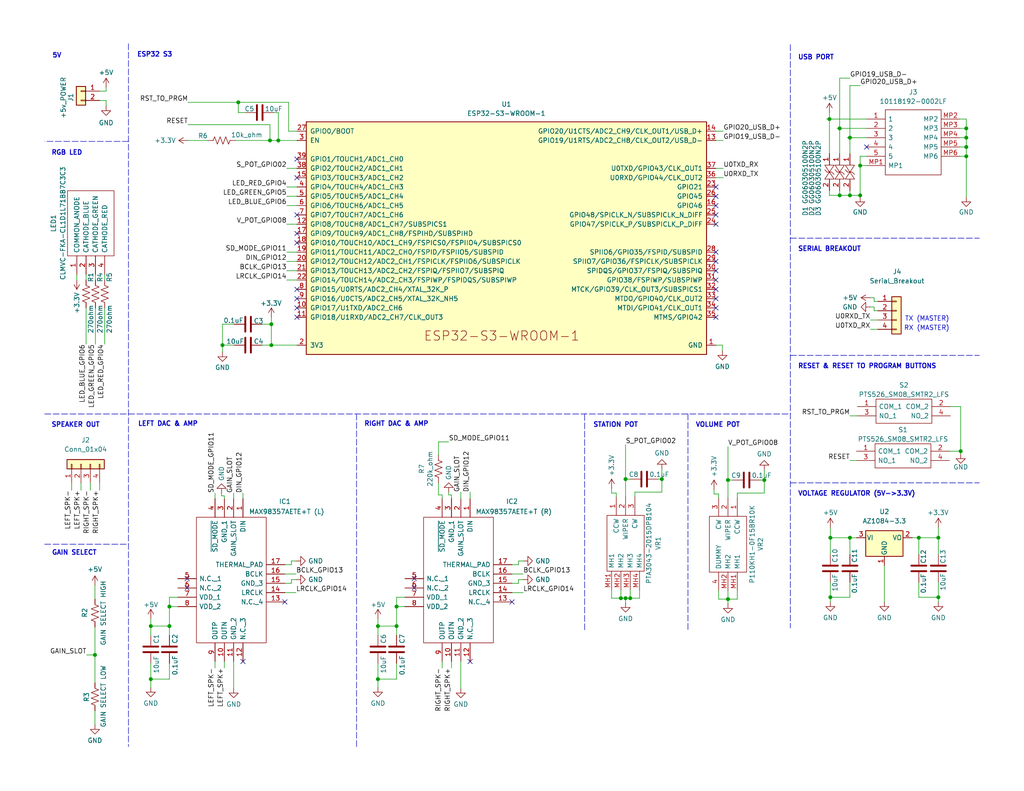
<source format=kicad_sch>
(kicad_sch (version 20211123) (generator eeschema)
  (paper "USLetter")
  (title_block (comment 1 "Reserved Pins: Strapping pins - GPIO0, GPIO3, GPIO45, GPIO46"))
  (lib_symbols
    (symbol "CLMVC-FKA-CL1D1L71BB7C3C3:CLMVC-FKA-CL1D1L71BB7C3C3" (pin_names (offset 0.762))
      (property "Reference" "LED1" (at 0 10.16 0))
      (property "Value" "CLMVC-FKA-CL1D1L71BB7C3C3" (at 0 7.62 0))
      (symbol "CLMVC-FKA-CL1D1L71BB7C3C3_0_0"
        (pin passive line (at -13.97 3.81 0) (length 5.08) (name "COMMON_ANODE") (number "1"))
        (pin passive line (at -13.97 1.27 0) (length 5.08) (name "CATHODE_BLUE") (number "2"))
        (pin passive line (at -13.97 -1.27 0) (length 5.08) (name "CATHODE_GREEN") (number "3"))
        (pin passive line (at -13.97 -3.81 0) (length 5.08) (name "CATHODE_RED") (number "4"))
      )
    )
    (symbol "Conn_01x02_1" (pin_names (offset 1.016) hide)
      (property "Reference" "J?" (at -2.286 -2.794 90))
      (property "Value" "Conn_01x02_1" (at -1.524 -4.826 90))
      (symbol "Conn_01x02_1_1_1"
        (pin passive line (at -5.08 -2.54 0) (length 3.81) (name "Pin_1") (number "1"))
        (pin passive line (at -5.08 0 0) (length 3.81) (name "Pin_2") (number "2"))
      )
    )
    (symbol "Connector_Generic:Conn_01x04" (pin_names (offset 1.016) hide)
      (property "Reference" "J" (at 0 5.08 0))
      (property "Value" "Conn_01x04" (at 0 -7.62 0))
      (symbol "Conn_01x04_1_1"
        (pin passive line (at -5.08 2.54 0) (length 3.81) (name "Pin_1") (number "1"))
        (pin passive line (at -5.08 0 0) (length 3.81) (name "Pin_2") (number "2"))
        (pin passive line (at -5.08 -2.54 0) (length 3.81) (name "Pin_3") (number "3"))
        (pin passive line (at -5.08 -5.08 0) (length 3.81) (name "Pin_4") (number "4"))
      )
    )
    (symbol "Device:C" (pin_numbers hide) (pin_names (offset 0.254))
      (property "Reference" "C" (at 0.635 2.54 0))
      (property "Value" "C" (at 0.635 -2.54 0))
      (symbol "C_1_1"
        (pin passive line (at 0 3.81 270) (length 2.794) (name "~") (number "1"))
        (pin passive line (at 0 -3.81 90) (length 2.794) (name "~") (number "2"))
      )
    )
    (symbol "Device:R_US" (pin_numbers hide) (pin_names (offset 0))
      (property "Reference" "R" (at 2.54 0 90))
      (property "Value" "R_US" (at -2.54 0 90))
      (symbol "R_US_1_1"
        (pin passive line (at 0 3.81 270) (length 1.27) (name "~") (number "1"))
        (pin passive line (at 0 -3.81 90) (length 1.27) (name "~") (number "2"))
      )
    )
    (symbol "Espressif:ESP32-S3-WROOM-1" (pin_names (offset 1.016))
      (property "Reference" "U" (at -53.34 38.1 0))
      (property "Value" "ESP32-S3-WROOM-1" (at -53.34 35.56 0))
      (symbol "ESP32-S3-WROOM-1_0_0"
        (text "ESP32-S3-WROOM-1" (at 0 -25.4 0) (effects (font (size 2.54 2.54))))
        (pin power_in line (at 58.42 -27.94 180) (length 2.54) (name "GND") (number "1"))
        (pin bidirectional line (at -55.88 -17.78 0) (length 2.54) (name "GPIO17/U1TXD/ADC2_CH6") (number "10"))
        (pin bidirectional line (at -55.88 -20.32 0) (length 2.54) (name "GPIO18/U1RXD/ADC2_CH7/CLK_OUT3") (number "11"))
        (pin bidirectional line (at -55.88 5.08 0) (length 2.54) (name "GPIO8/TOUCH8/ADC1_CH7/SUBSPICS1") (number "12"))
        (pin bidirectional line (at 58.42 27.94 180) (length 2.54) (name "GPIO19/U1RTS/ADC2_CH8/CLK_OUT2/USB_D-") (number "13"))
        (pin bidirectional line (at 58.42 30.48 180) (length 2.54) (name "GPIO20/U1CTS/ADC2_CH9/CLK_OUT1/USB_D+") (number "14"))
        (pin bidirectional line (at -55.88 17.78 0) (length 2.54) (name "GPIO3/TOUCH3/ADC1_CH2") (number "15"))
        (pin bidirectional line (at 58.42 10.16 180) (length 2.54) (name "GPIO46") (number "16"))
        (pin bidirectional line (at -55.88 2.54 0) (length 2.54) (name "GPIO9/TOUCH9/ADC1_CH8/FSPIHD/SUBSPIHD") (number "17"))
        (pin bidirectional line (at -55.88 0 0) (length 2.54) (name "GPIO10/TOUCH10/ADC1_CH9/FSPICS0/FSPIIO4/SUBSPICS0") (number "18"))
        (pin bidirectional line (at -55.88 -2.54 0) (length 2.54) (name "GPIO11/TOUCH11/ADC2_CH0/FSPID/FSPIIO5/SUBSPID") (number "19"))
        (pin power_in line (at -55.88 -27.94 0) (length 2.54) (name "3V3") (number "2"))
        (pin bidirectional line (at -55.88 -5.08 0) (length 2.54) (name "GPIO12/TOUCH12/ADC2_CH1/FSPICLK/FSPIIO6/SUBSPICLK") (number "20"))
        (pin bidirectional line (at -55.88 -7.62 0) (length 2.54) (name "GPIO13/TOUCH13/ADC2_CH2/FSPIQ/FSPIIO7/SUBSPIQ") (number "21"))
        (pin bidirectional line (at -55.88 -10.16 0) (length 2.54) (name "GPIO14/TOUCH14/ADC2_CH3/FSPIWP/FSPIDQS/SUBSPIWP") (number "22"))
        (pin bidirectional line (at 58.42 15.24 180) (length 2.54) (name "GPIO21") (number "23"))
        (pin bidirectional line (at 58.42 5.08 180) (length 2.54) (name "GPIO47/SPICLK_P/SUBSPICLK_P_DIFF") (number "24"))
        (pin bidirectional line (at 58.42 7.62 180) (length 2.54) (name "GPIO48/SPICLK_N/SUBSPICLK_N_DIFF") (number "25"))
        (pin bidirectional line (at 58.42 12.7 180) (length 2.54) (name "GPIO45") (number "26"))
        (pin bidirectional line (at -55.88 30.48 0) (length 2.54) (name "GPIO0/BOOT") (number "27"))
        (pin bidirectional line (at 58.42 -2.54 180) (length 2.54) (name "SPIIO6/GPIO35/FSPID/SUBSPID") (number "28"))
        (pin bidirectional line (at 58.42 -5.08 180) (length 2.54) (name "SPIIO7/GPIO36/FSPICLK/SUBSPICLK") (number "29"))
        (pin input line (at -55.88 27.94 0) (length 2.54) (name "EN") (number "3"))
        (pin bidirectional line (at 58.42 -7.62 180) (length 2.54) (name "SPIDQS/GPIO37/FSPIQ/SUBSPIQ") (number "30"))
        (pin bidirectional line (at 58.42 -10.16 180) (length 2.54) (name "GPIO38/FSPIWP/SUBSPIWP") (number "31"))
        (pin bidirectional line (at 58.42 -12.7 180) (length 2.54) (name "MTCK/GPIO39/CLK_OUT3/SUBSPICS1") (number "32"))
        (pin bidirectional line (at 58.42 -15.24 180) (length 2.54) (name "MTDO/GPIO40/CLK_OUT2") (number "33"))
        (pin bidirectional line (at 58.42 -17.78 180) (length 2.54) (name "MTDI/GPIO41/CLK_OUT1") (number "34"))
        (pin bidirectional line (at 58.42 -20.32 180) (length 2.54) (name "MTMS/GPIO42") (number "35"))
        (pin bidirectional line (at 58.42 17.78 180) (length 2.54) (name "U0RXD/GPIO44/CLK_OUT2") (number "36"))
        (pin bidirectional line (at 58.42 20.32 180) (length 2.54) (name "U0TXD/GPIO43/CLK_OUT1") (number "37"))
        (pin bidirectional line (at -55.88 20.32 0) (length 2.54) (name "GPIO2/TOUCH2/ADC1_CH1") (number "38"))
        (pin bidirectional line (at -55.88 22.86 0) (length 2.54) (name "GPIO1/TOUCH1/ADC1_CH0") (number "39"))
        (pin bidirectional line (at -55.88 15.24 0) (length 2.54) (name "GPIO4/TOUCH4/ADC1_CH3") (number "4"))
        (pin passive line (at 58.42 -27.94 180) (length 2.54) hide (name "GND") (number "40"))
        (pin passive line (at 58.42 -27.94 180) (length 2.54) hide (name "GND") (number "41"))
        (pin bidirectional line (at -55.88 12.7 0) (length 2.54) (name "GPIO5/TOUCH5/ADC1_CH4") (number "5"))
        (pin bidirectional line (at -55.88 10.16 0) (length 2.54) (name "GPIO6/TOUCH6/ADC1_CH5") (number "6"))
        (pin bidirectional line (at -55.88 7.62 0) (length 2.54) (name "GPIO7/TOUCH7/ADC1_CH6") (number "7"))
        (pin bidirectional line (at -55.88 -12.7 0) (length 2.54) (name "GPIO15/U0RTS/ADC2_CH4/XTAL_32K_P") (number "8"))
        (pin bidirectional line (at -55.88 -15.24 0) (length 2.54) (name "GPIO16/U0CTS/ADC2_CH5/XTAL_32K_NH5") (number "9"))
      )
    )
    (symbol "MAX98357AETE+T_1" (pin_names (offset 0.762))
      (property "Reference" "IC1" (at -12.954 18.542 0))
      (property "Value" "MAX98357AETE+T (L)" (at -10.668 19.05 0))
      (symbol "MAX98357AETE+T_1_0_0"
        (pin passive line (at -22.86 3.81 0) (length 5.08) (name "DIN") (number "1"))
        (pin passive line (at 21.59 -1.27 180) (length 5.08) (name "OUTN") (number "10"))
        (pin passive line (at 21.59 1.27 180) (length 5.08) (name "GND_2") (number "11"))
        (pin passive line (at 21.59 3.81 180) (length 5.08) (name "N.C._3") (number "12"))
        (pin passive line (at 5.334 15.24 270) (length 5.08) (name "N.C._4") (number "13"))
        (pin passive line (at 2.794 15.24 270) (length 5.08) (name "LRCLK") (number "14"))
        (pin passive line (at 0.254 15.24 270) (length 5.08) (name "GND_3") (number "15"))
        (pin passive line (at -2.286 15.24 270) (length 5.08) (name "BCLK") (number "16"))
        (pin passive line (at -4.826 15.24 270) (length 5.08) (name "THERMAL_PAD") (number "17"))
        (pin passive line (at -22.86 1.27 0) (length 5.08) (name "GAIN_SLOT") (number "2"))
        (pin passive line (at -22.86 -1.27 0) (length 5.08) (name "GND_1") (number "3"))
        (pin passive line (at -22.86 -3.81 0) (length 5.08) (name "~{SD_MODE}") (number "4"))
        (pin passive line (at -1.016 -13.97 90) (length 5.08) (name "N.C._1") (number "5"))
        (pin passive line (at 1.524 -13.97 90) (length 5.08) (name "N.C._2") (number "6"))
        (pin passive line (at 4.064 -13.97 90) (length 5.08) (name "VDD_1") (number "7"))
        (pin passive line (at 6.604 -13.97 90) (length 5.08) (name "VDD_2") (number "8"))
        (pin passive line (at 21.59 -3.81 180) (length 5.08) (name "OUTP") (number "9"))
      )
    )
    (symbol "P110KH1-0F15BR10K:P110KH1-0F15BR10K" (pin_names (offset 0.762))
      (property "Reference" "VR?" (at -6.858 -11.43 0))
      (property "Value" "P110KH1-0F15BR10K" (at -9.398 -11.43 0))
      (symbol "P110KH1-0F15BR10K_0_0"
        (pin passive line (at -12.7 2.54 0) (length 5.08) (name "CCW") (number "1"))
        (pin passive line (at -12.7 0 0) (length 5.08) (name "WIPER") (number "2"))
        (pin passive line (at -12.7 -2.54 0) (length 5.08) (name "CW") (number "3"))
        (pin passive line (at 12.7 -2.54 180) (length 5.08) (name "DUMMY") (number "4"))
        (pin passive line (at 12.7 2.54 180) (length 5.08) (name "MH1") (number "MH1"))
        (pin passive line (at 12.7 0 180) (length 5.08) (name "MH2") (number "MH2"))
      )
    )
    (symbol "PTA3043-2015DPB104:PTA3043-2015DPB104" (pin_names (offset 0.762))
      (property "Reference" "VR?" (at 8.89 0 90))
      (property "Value" "PTA3043-2015DPB104" (at 6.35 0 90))
      (symbol "PTA3043-2015DPB104_0_0"
        (pin passive line (at -2.54 12.7 270) (length 5.08) (name "CCW") (number "1"))
        (pin passive line (at 0 12.7 270) (length 5.08) (name "WIPER") (number "2"))
        (pin passive line (at 2.54 12.7 270) (length 5.08) (name "CW") (number "3"))
        (pin passive line (at -3.81 -12.7 90) (length 5.08) (name "MH1") (number "MH1"))
        (pin passive line (at -1.27 -12.7 90) (length 5.08) (name "MH2") (number "MH2"))
        (pin passive line (at 1.27 -12.7 90) (length 5.08) (name "MH3") (number "MH3"))
        (pin passive line (at 3.81 -12.7 90) (length 5.08) (name "MH4") (number "MH4"))
      )
    )
    (symbol "Regulator_Linear:AZ1084-3.3" (pin_names (offset 0.254))
      (property "Reference" "U" (at -3.81 3.175 0))
      (property "Value" "AZ1084-3.3" (at 0 3.175 0))
      (symbol "AZ1084-3.3_1_1"
        (pin power_in line (at 0 -7.62 90) (length 2.54) (name "GND") (number "1"))
        (pin power_out line (at 7.62 0 180) (length 2.54) (name "VO") (number "2"))
        (pin power_in line (at -7.62 0 0) (length 2.54) (name "VI") (number "3"))
      )
    )
    (symbol "my-symbols-2:PTS526_SM08_SMTR2_LFS" (pin_names (offset 0.762))
      (property "Reference" "S?" (at 0 8.636 0))
      (property "Value" "PTS526_SM08_SMTR2_LFS" (at 0 6.096 0))
      (symbol "PTS526_SM08_SMTR2_LFS_0_0"
        (pin passive line (at -12.7 1.27 0) (length 5.08) (name "COM_1") (number "1"))
        (pin passive line (at 12.7 1.27 180) (length 5.08) (name "COM_2") (number "2"))
        (pin passive line (at -12.7 -1.27 0) (length 5.08) (name "NO_1") (number "3"))
        (pin passive line (at 12.7 -1.27 180) (length 5.08) (name "NO_2") (number "4"))
      )
    )
    (symbol "my-symbols-3:10118192-0002LF" (pin_names (offset 0.762))
      (property "Reference" "J" (at 21.59 7.62 0))
      (property "Value" "10118192-0002LF" (at 21.59 5.08 0))
      (symbol "10118192-0002LF_0_0"
        (pin passive line (at 0 0 0) (length 5.08) (name "1") (number "1"))
        (pin passive line (at 0 -2.54 0) (length 5.08) (name "2") (number "2"))
        (pin passive line (at 0 -5.08 0) (length 5.08) (name "3") (number "3"))
        (pin passive line (at 0 -7.62 0) (length 5.08) (name "4") (number "4"))
        (pin passive line (at 0 -10.16 0) (length 5.08) (name "5") (number "5"))
        (pin passive line (at 0 -12.7 0) (length 5.08) (name "MP1") (number "MP1"))
        (pin passive line (at 25.4 0 180) (length 5.08) (name "MP2") (number "MP2"))
        (pin passive line (at 25.4 -2.54 180) (length 5.08) (name "MP3") (number "MP3"))
        (pin passive line (at 25.4 -5.08 180) (length 5.08) (name "MP4") (number "MP4"))
        (pin passive line (at 25.4 -7.62 180) (length 5.08) (name "MP5") (number "MP5"))
        (pin passive line (at 25.4 -10.16 180) (length 5.08) (name "MP6") (number "MP6"))
      )
    )
    (symbol "my-symbols:GG060305100N2P" (pin_names (offset 0.762))
      (property "Reference" "D?" (at 0 5.842 0))
      (property "Value" "GG060305100N2P" (at 0 3.302 0))
      (symbol "GG060305100N2P_0_0"
        (pin bidirectional line (at -5.08 0 0) (length 3.18) (name "~") (number "1"))
        (pin bidirectional line (at 5.08 0 180) (length 3.18) (name "~") (number "2"))
      )
    )
    (symbol "power:+3.3V" (power) (pin_names (offset 0))
      (property "Value" "+3.3V" (at 0 3.556 0))
      (symbol "+3.3V_1_1"
        (pin power_in line (at 0 0 90) (length 0) hide (name "+3.3V") (number "1"))
      )
    )
    (symbol "power:+5V" (power) (pin_names (offset 0))
      (property "Value" "+5V" (at 0 3.556 0))
      (symbol "+5V_1_1"
        (pin power_in line (at 0 0 90) (length 0) hide (name "+5V") (number "1"))
      )
    )
    (symbol "power:GND" (power) (pin_names (offset 0))
      (property "Value" "GND" (at 0 -3.81 0))
      (symbol "GND_1_1"
        (pin power_in line (at 0 0 270) (length 0) hide (name "GND") (number "1"))
      )
    )
  )
  (junction (at 25.908 178.816))
  (junction (at 234.696 53.34))
  (junction (at 229.108 53.34))
  (junction (at 250.698 146.812))
  (junction (at 231.902 146.812))
  (junction (at 75.946 38.354))
  (junction (at 180.594 130.81))
  (junction (at 263.652 35.052))
  (junction (at 171.958 163.322))
  (junction (at 65.024 27.94))
  (junction (at 226.314 32.512))
  (junction (at 108.204 165.608))
  (junction (at 256.032 146.812))
  (junction (at 170.688 130.81))
  (junction (at 74.041 88.519))
  (junction (at 41.148 170.942))
  (junction (at 73.66 38.354))
  (junction (at 263.652 42.672))
  (junction (at 234.696 45.212))
  (junction (at 46.228 170.942))
  (junction (at 103.124 185.42))
  (junction (at 169.418 163.322))
  (junction (at 226.568 146.812))
  (junction (at 74.041 94.234))
  (junction (at 198.628 131.064))
  (junction (at 60.706 94.234))
  (junction (at 46.228 165.608))
  (junction (at 263.652 37.592))
  (junction (at 256.032 163.068))
  (junction (at 229.108 35.052))
  (junction (at 263.652 40.132))
  (junction (at 231.902 37.592))
  (junction (at 262.128 123.19))
  (junction (at 198.628 163.576))
  (junction (at 103.124 170.942))
  (junction (at 226.568 163.068))
  (junction (at 231.902 53.34))
  (junction (at 108.204 170.942))
  (junction (at 41.148 185.42))
  (junction (at 208.534 131.064))
  (junction (at 170.688 163.322))
  (no_connect (at 51.054 157.988))
  (no_connect (at 81.026 84.074))
  (no_connect (at 81.026 63.754))
  (no_connect (at 195.326 71.374))
  (no_connect (at 81.026 43.434))
  (no_connect (at 195.326 53.594))
  (no_connect (at 195.326 81.534))
  (no_connect (at 81.026 66.294))
  (no_connect (at 236.474 40.132))
  (no_connect (at 195.326 61.214))
  (no_connect (at 51.054 160.528))
  (no_connect (at 81.026 78.994))
  (no_connect (at 113.03 160.528))
  (no_connect (at 195.326 73.914))
  (no_connect (at 81.026 58.674))
  (no_connect (at 195.326 84.074))
  (no_connect (at 77.724 164.338))
  (no_connect (at 81.026 48.514))
  (no_connect (at 195.326 68.834))
  (no_connect (at 113.03 157.988))
  (no_connect (at 195.326 78.994))
  (no_connect (at 81.026 86.614))
  (no_connect (at 128.27 180.594))
  (no_connect (at 195.326 51.054))
  (no_connect (at 195.326 56.134))
  (no_connect (at 139.7 164.338))
  (no_connect (at 81.026 81.534))
  (no_connect (at 66.294 180.594))
  (no_connect (at 195.326 76.454))
  (no_connect (at 195.326 86.614))
  (no_connect (at 195.326 58.674))
  (wire (pts (xy 261.874 40.132) (xy 263.652 40.132)))
  (wire (pts (xy 63.881 94.234) (xy 60.706 94.234)))
  (wire (pts (xy 229.108 35.052) (xy 228.346 35.052)))
  (wire (pts (xy 41.148 185.42) (xy 46.228 185.42)))
  (wire (pts (xy 231.902 159.004) (xy 231.902 163.068)))
  (wire (pts (xy 24.638 131.826) (xy 24.638 133.858)))
  (wire (pts (xy 171.958 163.322) (xy 174.498 163.322)))
  (wire (pts (xy 229.108 53.34) (xy 231.902 53.34)))
  (wire (pts (xy 79.502 158.242) (xy 79.502 159.258)))
  (wire (pts (xy 198.628 164.846) (xy 198.628 163.576)))
  (wire (pts (xy 238.506 84.836) (xy 239.522 84.836)))
  (wire (pts (xy 261.874 42.672) (xy 263.652 42.672)))
  (wire (pts (xy 234.696 45.212) (xy 236.474 45.212)))
  (wire (pts (xy 65.024 27.94) (xy 65.024 30.734)))
  (wire (pts (xy 198.628 163.576) (xy 201.168 163.576)))
  (wire (pts (xy 170.688 130.81) (xy 171.958 130.81)))
  (wire (pts (xy 142.748 158.242) (xy 141.478 158.242)))
  (wire (pts (xy 256.032 146.812) (xy 256.032 151.384)))
  (polyline (pts (xy 97.282 113.03) (xy 97.282 203.962)))
  (wire (pts (xy 122.428 134.366) (xy 122.428 135.128)))
  (wire (pts (xy 196.088 163.576) (xy 198.628 163.576)))
  (wire (pts (xy 231.902 37.592) (xy 236.474 37.592)))
  (wire (pts (xy 67.056 30.734) (xy 65.024 30.734)))
  (polyline (pts (xy 215.646 97.028) (xy 267.208 97.028)))
  (wire (pts (xy 80.772 153.162) (xy 79.502 153.162)))
  (wire (pts (xy 231.902 113.538) (xy 233.934 113.538)))
  (wire (pts (xy 226.314 32.512) (xy 236.474 32.512)))
  (wire (pts (xy 60.452 134.62) (xy 60.452 135.382)))
  (wire (pts (xy 238.506 83.82) (xy 238.506 84.836)))
  (wire (pts (xy 226.568 146.812) (xy 226.568 151.384)))
  (wire (pts (xy 58.674 134.62) (xy 58.674 136.144)))
  (wire (pts (xy 250.698 163.068) (xy 256.032 163.068)))
  (wire (pts (xy 78.232 73.914) (xy 81.026 73.914)))
  (wire (pts (xy 231.902 146.812) (xy 231.902 151.384)))
  (wire (pts (xy 58.674 180.594) (xy 58.674 182.372)))
  (wire (pts (xy 234.696 53.34) (xy 234.696 45.212)))
  (wire (pts (xy 166.878 163.322) (xy 169.418 163.322)))
  (polyline (pts (xy 215.646 131.826) (xy 267.208 131.826)))
  (wire (pts (xy 241.3 154.432) (xy 241.3 164.338)))
  (wire (pts (xy 194.818 133.604) (xy 194.818 134.874)))
  (wire (pts (xy 198.628 131.064) (xy 199.898 131.064)))
  (wire (pts (xy 51.308 34.036) (xy 73.66 34.036)))
  (wire (pts (xy 103.124 170.942) (xy 103.124 168.91)))
  (wire (pts (xy 41.148 170.942) (xy 41.148 173.482)))
  (wire (pts (xy 231.902 163.068) (xy 226.568 163.068)))
  (wire (pts (xy 28.956 24.892) (xy 28.956 23.876)))
  (wire (pts (xy 170.688 163.322) (xy 170.688 164.592)))
  (polyline (pts (xy 187.706 113.03) (xy 187.706 171.958)))
  (wire (pts (xy 73.66 38.354) (xy 75.946 38.354)))
  (polyline (pts (xy 35.052 88.9) (xy 35.052 203.835)))
  (wire (pts (xy 262.128 123.19) (xy 262.128 123.952)))
  (wire (pts (xy 238.506 82.296) (xy 239.522 82.296)))
  (wire (pts (xy 197.104 94.234) (xy 197.104 95.758)))
  (wire (pts (xy 46.228 165.608) (xy 48.514 165.608)))
  (wire (pts (xy 197.358 35.814) (xy 195.326 35.814)))
  (wire (pts (xy 180.594 128.016) (xy 180.594 130.81)))
  (wire (pts (xy 256.032 159.004) (xy 256.032 163.068)))
  (wire (pts (xy 231.902 37.592) (xy 231.14 37.592)))
  (wire (pts (xy 46.228 181.102) (xy 46.228 185.42)))
  (wire (pts (xy 141.478 154.178) (xy 139.7 154.178)))
  (wire (pts (xy 256.032 163.068) (xy 256.032 164.338)))
  (polyline (pts (xy 159.766 112.776) (xy 159.766 112.776)))
  (wire (pts (xy 27.178 131.826) (xy 27.178 133.858)))
  (wire (pts (xy 103.124 170.942) (xy 103.124 173.482)))
  (wire (pts (xy 139.7 156.718) (xy 142.748 156.718)))
  (wire (pts (xy 41.148 170.942) (xy 41.148 168.91)))
  (wire (pts (xy 170.688 121.412) (xy 170.688 130.81)))
  (wire (pts (xy 81.026 76.454) (xy 78.232 76.454)))
  (wire (pts (xy 259.334 110.998) (xy 262.128 110.998)))
  (wire (pts (xy 64.262 38.354) (xy 73.66 38.354)))
  (wire (pts (xy 234.696 45.212) (xy 234.696 42.672)))
  (wire (pts (xy 231.902 37.592) (xy 231.902 41.91)))
  (polyline (pts (xy 35.052 38.608) (xy 12.192 38.608)))
  (wire (pts (xy 78.232 56.134) (xy 81.026 56.134)))
  (wire (pts (xy 73.66 34.036) (xy 73.66 38.354)))
  (wire (pts (xy 179.578 130.81) (xy 180.594 130.81)))
  (wire (pts (xy 226.568 159.004) (xy 226.568 163.068)))
  (wire (pts (xy 231.902 52.07) (xy 231.902 53.34)))
  (wire (pts (xy 75.946 38.354) (xy 81.026 38.354)))
  (wire (pts (xy 196.088 134.874) (xy 196.088 135.89)))
  (wire (pts (xy 119.634 120.65) (xy 122.428 120.65)))
  (wire (pts (xy 46.228 170.942) (xy 41.148 170.942)))
  (wire (pts (xy 195.326 48.514) (xy 197.358 48.514)))
  (wire (pts (xy 66.294 136.144) (xy 66.294 134.62)))
  (wire (pts (xy 226.314 30.734) (xy 226.314 32.512)))
  (wire (pts (xy 123.19 180.594) (xy 123.19 182.372)))
  (wire (pts (xy 28.575 84.074) (xy 28.575 93.98)))
  (wire (pts (xy 103.124 185.42) (xy 103.124 187.706)))
  (wire (pts (xy 250.698 146.812) (xy 250.698 151.384)))
  (wire (pts (xy 26.035 74.93) (xy 26.035 76.454)))
  (wire (pts (xy 169.418 163.322) (xy 170.688 163.322)))
  (wire (pts (xy 74.041 88.519) (xy 74.041 94.234)))
  (wire (pts (xy 142.748 153.162) (xy 141.478 153.162)))
  (wire (pts (xy 170.688 163.322) (xy 171.958 163.322)))
  (wire (pts (xy 78.232 45.974) (xy 81.026 45.974)))
  (wire (pts (xy 120.65 180.594) (xy 120.65 182.372)))
  (wire (pts (xy 80.772 158.242) (xy 79.502 158.242)))
  (wire (pts (xy 51.308 38.354) (xy 56.642 38.354)))
  (wire (pts (xy 231.902 53.34) (xy 234.696 53.34)))
  (wire (pts (xy 41.148 185.42) (xy 41.148 187.706)))
  (polyline (pts (xy 159.512 171.958) (xy 159.512 112.776)))
  (wire (pts (xy 171.958 161.036) (xy 171.958 163.322)))
  (wire (pts (xy 125.73 134.366) (xy 125.73 136.144)))
  (wire (pts (xy 123.19 136.144) (xy 123.19 135.128)))
  (wire (pts (xy 141.478 159.258) (xy 139.7 159.258)))
  (wire (pts (xy 226.314 32.512) (xy 225.552 32.512)))
  (wire (pts (xy 78.232 61.214) (xy 81.026 61.214)))
  (polyline (pts (xy 215.646 112.776) (xy 215.646 113.03)))
  (wire (pts (xy 234.696 23.368) (xy 231.902 23.368)))
  (wire (pts (xy 261.874 35.052) (xy 263.652 35.052)))
  (wire (pts (xy 262.128 110.998) (xy 262.128 123.19)))
  (wire (pts (xy 103.124 185.42) (xy 108.204 185.42)))
  (wire (pts (xy 119.634 124.206) (xy 119.634 120.65)))
  (wire (pts (xy 263.652 42.672) (xy 263.652 53.848)))
  (wire (pts (xy 25.908 178.816) (xy 25.908 186.436)))
  (polyline (pts (xy 35.052 11.938) (xy 35.052 88.9)))
  (wire (pts (xy 123.19 135.128) (xy 122.428 135.128)))
  (wire (pts (xy 61.214 135.382) (xy 61.214 136.144)))
  (wire (pts (xy 51.308 27.94) (xy 65.024 27.94)))
  (wire (pts (xy 231.902 23.368) (xy 231.902 37.592)))
  (wire (pts (xy 226.314 32.512) (xy 226.314 41.91)))
  (polyline (pts (xy 215.646 65.024) (xy 267.208 65.024)))
  (wire (pts (xy 229.108 21.336) (xy 229.108 35.052)))
  (wire (pts (xy 23.495 74.93) (xy 23.495 76.454)))
  (wire (pts (xy 198.628 161.29) (xy 198.628 163.576)))
  (wire (pts (xy 108.204 170.942) (xy 108.204 173.482)))
  (wire (pts (xy 46.228 165.608) (xy 46.228 170.942)))
  (wire (pts (xy 81.026 68.834) (xy 78.232 68.834)))
  (wire (pts (xy 170.688 130.81) (xy 170.688 135.636)))
  (wire (pts (xy 108.204 165.608) (xy 108.204 170.942)))
  (wire (pts (xy 229.108 52.07) (xy 229.108 53.34)))
  (wire (pts (xy 120.65 135.128) (xy 119.634 135.128)))
  (wire (pts (xy 78.74 27.94) (xy 78.74 35.814)))
  (wire (pts (xy 60.706 88.519) (xy 60.706 94.234)))
  (wire (pts (xy 173.228 134.366) (xy 173.228 135.636)))
  (wire (pts (xy 128.27 134.366) (xy 128.27 136.144)))
  (wire (pts (xy 174.498 161.036) (xy 174.498 163.322)))
  (wire (pts (xy 65.024 27.94) (xy 78.74 27.94)))
  (wire (pts (xy 79.502 153.162) (xy 79.502 154.178)))
  (wire (pts (xy 169.418 161.036) (xy 169.418 163.322)))
  (wire (pts (xy 119.634 131.826) (xy 119.634 135.128)))
  (wire (pts (xy 248.92 146.812) (xy 250.698 146.812)))
  (wire (pts (xy 180.594 134.366) (xy 173.228 134.366)))
  (wire (pts (xy 195.326 45.974) (xy 197.358 45.974)))
  (wire (pts (xy 75.946 30.734) (xy 75.946 38.354)))
  (wire (pts (xy 74.041 94.234) (xy 71.501 94.234)))
  (polyline (pts (xy 215.646 126.746) (xy 215.646 171.45)))
  (wire (pts (xy 201.168 134.62) (xy 201.168 135.89)))
  (wire (pts (xy 229.108 35.052) (xy 236.474 35.052)))
  (wire (pts (xy 166.878 133.35) (xy 166.878 134.62)))
  (wire (pts (xy 74.676 30.734) (xy 75.946 30.734)))
  (wire (pts (xy 28.575 74.93) (xy 28.575 76.454)))
  (wire (pts (xy 25.908 159.766) (xy 25.908 163.576)))
  (wire (pts (xy 231.902 125.73) (xy 233.68 125.73)))
  (wire (pts (xy 108.204 165.608) (xy 110.49 165.608)))
  (wire (pts (xy 78.232 53.594) (xy 81.026 53.594)))
  (wire (pts (xy 79.502 159.258) (xy 77.724 159.258)))
  (wire (pts (xy 226.568 163.068) (xy 226.568 164.338)))
  (wire (pts (xy 234.696 53.848) (xy 234.696 53.34)))
  (wire (pts (xy 263.652 37.592) (xy 263.652 40.132)))
  (wire (pts (xy 194.818 134.874) (xy 196.088 134.874)))
  (wire (pts (xy 22.098 131.826) (xy 22.098 133.858)))
  (wire (pts (xy 108.204 163.068) (xy 108.204 165.608)))
  (wire (pts (xy 60.706 94.234) (xy 60.706 96.139)))
  (wire (pts (xy 233.68 146.812) (xy 231.902 146.812)))
  (wire (pts (xy 27.178 27.432) (xy 28.956 27.432)))
  (polyline (pts (xy 215.646 12.192) (xy 215.646 126.746)))
  (wire (pts (xy 263.652 35.052) (xy 263.652 37.592)))
  (wire (pts (xy 262.128 123.19) (xy 259.08 123.19)))
  (wire (pts (xy 250.698 146.812) (xy 256.032 146.812)))
  (wire (pts (xy 23.622 178.816) (xy 25.908 178.816)))
  (wire (pts (xy 103.124 181.102) (xy 103.124 185.42)))
  (wire (pts (xy 79.502 154.178) (xy 77.724 154.178)))
  (wire (pts (xy 261.874 32.512) (xy 263.652 32.512)))
  (wire (pts (xy 201.168 161.29) (xy 201.168 163.576)))
  (wire (pts (xy 231.902 21.336) (xy 229.108 21.336)))
  (wire (pts (xy 141.478 158.242) (xy 141.478 159.258)))
  (wire (pts (xy 63.754 136.144) (xy 63.754 134.62)))
  (wire (pts (xy 195.326 94.234) (xy 197.104 94.234)))
  (wire (pts (xy 139.7 161.798) (xy 142.748 161.798)))
  (wire (pts (xy 166.878 161.036) (xy 166.878 163.322)))
  (wire (pts (xy 120.65 136.144) (xy 120.65 135.128)))
  (wire (pts (xy 74.041 86.614) (xy 74.041 88.519)))
  (wire (pts (xy 231.902 146.812) (xy 226.568 146.812)))
  (wire (pts (xy 237.49 81.28) (xy 238.506 81.28)))
  (wire (pts (xy 239.522 89.916) (xy 237.49 89.916)))
  (wire (pts (xy 261.874 37.592) (xy 263.652 37.592)))
  (wire (pts (xy 27.178 24.892) (xy 28.956 24.892)))
  (wire (pts (xy 196.088 161.29) (xy 196.088 163.576)))
  (wire (pts (xy 23.495 84.074) (xy 23.495 93.98)))
  (wire (pts (xy 238.506 81.28) (xy 238.506 82.296)))
  (wire (pts (xy 141.478 153.162) (xy 141.478 154.178)))
  (wire (pts (xy 263.652 40.132) (xy 263.652 42.672)))
  (polyline (pts (xy 12.192 148.59) (xy 35.052 148.59)))
  (wire (pts (xy 25.908 197.866) (xy 25.908 194.056)))
  (wire (pts (xy 78.74 35.814) (xy 81.026 35.814)))
  (wire (pts (xy 250.698 159.004) (xy 250.698 163.068)))
  (wire (pts (xy 229.108 35.052) (xy 229.108 41.91)))
  (wire (pts (xy 77.724 156.718) (xy 80.772 156.718)))
  (wire (pts (xy 110.49 163.068) (xy 108.204 163.068)))
  (polyline (pts (xy 12.192 113.03) (xy 215.646 113.03)))
  (wire (pts (xy 108.204 170.942) (xy 103.124 170.942)))
  (wire (pts (xy 60.452 135.382) (xy 61.214 135.382)))
  (wire (pts (xy 226.314 52.07) (xy 226.314 53.34)))
  (wire (pts (xy 19.558 131.826) (xy 19.558 133.858)))
  (wire (pts (xy 26.035 84.074) (xy 26.035 93.98)))
  (wire (pts (xy 63.881 88.519) (xy 60.706 88.519)))
  (wire (pts (xy 234.696 42.672) (xy 236.474 42.672)))
  (wire (pts (xy 78.232 51.054) (xy 81.026 51.054)))
  (wire (pts (xy 77.724 161.798) (xy 80.772 161.798)))
  (wire (pts (xy 168.148 134.62) (xy 168.148 135.636)))
  (wire (pts (xy 256.032 144.018) (xy 256.032 146.812)))
  (wire (pts (xy 198.628 131.064) (xy 198.628 135.89)))
  (wire (pts (xy 78.232 71.374) (xy 81.026 71.374)))
  (wire (pts (xy 46.228 163.068) (xy 46.228 165.608)))
  (wire (pts (xy 25.908 171.196) (xy 25.908 178.816)))
  (wire (pts (xy 226.568 144.018) (xy 226.568 146.812)))
  (wire (pts (xy 180.594 130.81) (xy 180.594 134.366)))
  (wire (pts (xy 48.514 163.068) (xy 46.228 163.068)))
  (wire (pts (xy 226.314 53.34) (xy 229.108 53.34)))
  (wire (pts (xy 237.49 83.82) (xy 238.506 83.82)))
  (wire (pts (xy 208.534 128.27) (xy 208.534 131.064)))
  (wire (pts (xy 74.041 88.519) (xy 71.501 88.519)))
  (wire (pts (xy 28.956 27.432) (xy 28.956 28.956)))
  (wire (pts (xy 208.534 134.62) (xy 201.168 134.62)))
  (wire (pts (xy 20.955 76.454) (xy 20.955 74.93)))
  (wire (pts (xy 207.518 131.064) (xy 208.534 131.064)))
  (wire (pts (xy 239.522 87.376) (xy 237.49 87.376)))
  (wire (pts (xy 195.326 38.354) (xy 197.358 38.354)))
  (wire (pts (xy 108.204 181.102) (xy 108.204 185.42)))
  (wire (pts (xy 263.652 32.512) (xy 263.652 35.052)))
  (wire (pts (xy 46.228 170.942) (xy 46.228 173.482)))
  (wire (pts (xy 208.534 131.064) (xy 208.534 134.62)))
  (wire (pts (xy 166.878 134.62) (xy 168.148 134.62)))
  (wire (pts (xy 61.214 180.594) (xy 61.214 182.372)))
  (wire (pts (xy 41.148 181.102) (xy 41.148 185.42)))
  (wire (pts (xy 125.73 180.594) (xy 125.73 187.96)))
  (wire (pts (xy 63.754 180.594) (xy 63.754 187.96)))
  (wire (pts (xy 198.628 121.92) (xy 198.628 131.064)))
  (wire (pts (xy 74.041 94.234) (xy 81.026 94.234)))
  (text "RESET & RESET TO PROGRAM BUTTONS" (at 217.678 100.838 0) (effects (font (size 1.27 1.27) (thickness 0.254) bold) (justify left bottom)))
  (text "RGB LED" (at 13.97 42.545 0) (effects (font (size 1.27 1.27) (thickness 0.254) bold) (justify left bottom)))
  (text "VOLUME POT" (at 189.738 116.84 0) (effects (font (size 1.27 1.27) (thickness 0.254) bold) (justify left bottom)))
  (text "LEFT DAC & AMP" (at 37.592 116.586 0) (effects (font (size 1.27 1.27) (thickness 0.254) bold) (justify left bottom)))
  (text "5V " (at 14.224 16.002 0) (effects (font (size 1.27 1.27) (thickness 0.254) bold) (justify left bottom)))
  (text "STATION POT" (at 161.798 116.84 0) (effects (font (size 1.27 1.27) (thickness 0.254) bold) (justify left bottom)))
  (text "SPEAKER OUT" (at 13.97 116.84 0) (effects (font (size 1.27 1.27) (thickness 0.254) bold) (justify left bottom)))
  (text "RIGHT DAC & AMP" (at 99.314 116.586 0) (effects (font (size 1.27 1.27) (thickness 0.254) bold) (justify left bottom)))
  (text "ESP32 S3" (at 37.338 15.748 0) (effects (font (size 1.27 1.27) (thickness 0.254) bold) (justify left bottom)))
  (text "SERIAL BREAKOUT" (at 217.678 68.834 0) (effects (font (size 1.27 1.27) (thickness 0.254) bold) (justify left bottom)))
  (text "USB PORT" (at 217.678 16.51 0) (effects (font (size 1.27 1.27) (thickness 0.254) bold) (justify left bottom)))
  (text "GAIN SELECT" (at 14.097 151.765 0) (effects (font (size 1.27 1.27) (thickness 0.254) bold) (justify left bottom)))
  (text "VOLTAGE REGULATOR (5V->3.3V)" (at 217.678 135.636 0) (effects (font (size 1.27 1.27) (thickness 0.254) bold) (justify left bottom)))
  (text "RX (MASTER)" (at 246.634 90.424 0) (effects (font (size 1.27 1.27)) (justify left bottom)))
  (text "TX (MASTER)" (at 246.888 87.884 0) (effects (font (size 1.27 1.27)) (justify left bottom)))
  (label "V_POT_GPIO08" (at 198.628 121.92 0))
  (label "U0TXD_RX" (at 197.358 45.974 0))
  (label "GAIN_SLOT" (at 125.73 134.366 90))
  (label "LEFT_SPK-" (at 19.558 133.858 270))
  (label "LED_RED_GPIO4" (at 78.232 51.054 180))
  (label "RIGHT_SPK-" (at 24.638 133.858 270))
  (label "LRCLK_GPIO14" (at 78.232 76.454 180))
  (label "SD_MODE_GPIO11" (at 58.674 134.62 90))
  (label "SD_MODE_GPIO11" (at 122.428 120.65 0))
  (label "BCLK_GPIO13" (at 78.232 73.914 180))
  (label "DIN_GPIO12" (at 128.27 134.366 90))
  (label "GPIO20_USB_D+" (at 197.358 35.814 0))
  (label "LED_BLUE_GPIO6" (at 23.495 93.98 270))
  (label "LED_RED_GPIO4" (at 28.575 93.98 270))
  (label "S_POT_GPIO02" (at 78.232 45.974 180))
  (label "LED_GREEN_GPIO5" (at 26.035 93.98 270))
  (label "RESET" (at 51.308 34.036 180))
  (label "U0TXD_RX" (at 237.49 89.916 180))
  (label "LEFT_SPK+" (at 61.214 182.372 270))
  (label "DIN_GPIO12" (at 66.294 134.62 90))
  (label "BCLK_GPIO13" (at 80.772 156.718 0))
  (label "GPIO19_USB_D-" (at 231.902 21.336 0))
  (label "SD_MODE_GPIO11" (at 78.232 68.834 180))
  (label "GPIO20_USB_D+" (at 234.696 23.368 0))
  (label "LED_BLUE_GPIO6" (at 78.232 56.134 180))
  (label "RST_TO_PRGM" (at 51.308 27.94 180))
  (label "GAIN_SLOT" (at 63.754 134.62 90))
  (label "RIGHT_SPK-" (at 120.65 182.372 270))
  (label "RIGHT_SPK+" (at 27.178 133.858 270))
  (label "LRCLK_GPIO14" (at 142.748 161.798 0))
  (label "BCLK_GPIO13" (at 142.748 156.718 0))
  (label "LRCLK_GPIO14" (at 80.772 161.798 0))
  (label "GPIO19_USB_D-" (at 197.358 38.354 0))
  (label "RIGHT_SPK+" (at 123.19 182.372 270))
  (label "GAIN_SLOT" (at 23.622 178.816 180))
  (label "U0RXD_TX" (at 197.358 48.514 0))
  (label "U0RXD_TX" (at 237.49 87.376 180))
  (label "LEFT_SPK-" (at 58.674 182.372 270))
  (label "DIN_GPIO12" (at 78.232 71.374 180))
  (label "S_POT_GPIO02" (at 170.688 121.412 0))
  (label "LEFT_SPK+" (at 22.098 133.858 270))
  (label "V_POT_GPIO08" (at 78.232 61.214 180))
  (label "LED_GREEN_GPIO5" (at 78.232 53.594 180))
  (label "RESET" (at 231.902 125.73 180))
  (label "RST_TO_PRGM" (at 231.902 113.538 180))
  (symbol (lib_id "power:GND") (at 80.772 153.162 90) (unit 1)
    (property "Reference" "#PWR013" (effects hide))
    (property "Value" "GND" (at 84.074 153.162 90) (effects (justify right)))
  )
  (symbol (lib_id "Device:R_US") (at 60.452 38.354 90) (unit 1)
    (property "Reference" "R6" (at 55.372 37.084 90))
    (property "Value" "10k_ohm" (at 67.31 36.83 90))
    (property "Footprint" "Resistor_SMD:R_1206_3216Metric" (effects hide))
  )
  (symbol (lib_id "power:GND") (at 142.748 158.242 90) (unit 1)
    (property "Reference" "#PWR020" (effects hide))
    (property "Value" "GND" (at 146.05 158.242 90) (effects (justify right)))
  )
  (symbol (lib_id "power:+5V") (at 28.956 23.876 0) (unit 1)
    (property "Reference" "#PWR04" (effects hide))
    (property "Value" "+5V" (at 28.956 19.812 0))
  )
  (symbol (lib_id "Device:R_US") (at 23.495 80.264 180) (unit 1)
    (property "Reference" "R1" (at 24.765 75.692 90))
    (property "Value" "270ohm" (at 24.765 87.122 90))
    (property "Footprint" "Resistor_SMD:R_1206_3216Metric" (effects hide))
  )
  (symbol (lib_id "my-symbols:GG060305100N2P") (at 226.314 46.99 270) (unit 1)
    (property "Reference" "D1" (at 219.71 57.658 0))
    (property "Value" "GG060305100N2P" (at 219.71 46.99 0))
    (property "Footprint" "my-footprints:DIONC1608X70N" (effects hide))
    (property "Datasheet" "https://www.mouser.com/datasheet/2/40/AVX_GiGuard-2401264.pdf" (effects hide))
    (property "Description" "ESD Suppressors / TVS Diodes SMP Diode 0603 5V 10pF <8V Clamp@1a" (effects hide))
    (property "Height" "0.7" (effects hide))
    (property "Manufacturer_Name" "Kyocera AVX" (effects hide))
    (property "Manufacturer_Part_Number" "GG060305100N2P" (effects hide))
    (property "Mouser Part Number" "581-GG060305100N2P" (effects hide))
    (property "Mouser Price/Stock" "https://www.mouser.co.uk/ProductDetail/KYOCERA-AVX/GG060305100N2P?qs=QNEnbhJQKvZ38qL0Ea5hYg%3D%3D" (effects hide))
  )
  (symbol (lib_id "power:+5V") (at 41.148 168.91 0) (unit 1)
    (property "Reference" "#PWR06" (effects hide))
    (property "Value" "+5V" (at 39.116 165.1 0) (effects (justify left)))
  )
  (symbol (lib_id "power:GND") (at 208.534 128.27 180) (unit 1)
    (property "Reference" "#PWR027" (effects hide))
    (property "Value" "GND" (at 208.534 123.952 0))
  )
  (symbol (lib_id "power:GND") (at 41.148 187.706 0) (unit 1)
    (property "Reference" "#PWR07" (effects hide))
    (property "Value" "GND" (at 41.148 192.024 0))
  )
  (symbol (lib_id "Device:C") (at 70.866 30.734 270) (unit 1)
    (property "Reference" "C5" (at 68.072 29.718 90))
    (property "Value" "10uF" (at 74.676 29.718 90))
    (property "Footprint" "Capacitor_SMD:C_0805_2012Metric" (effects hide))
  )
  (symbol (lib_id "power:+5V") (at 226.314 30.734 0) (unit 1)
    (property "Reference" "#PWR028" (effects hide))
    (property "Value" "+5V" (at 224.282 26.67 0) (effects (justify left)))
  )
  (symbol (lib_id "Connector_Generic:Conn_01x04") (at 244.602 84.836 0) (unit 1)
    (property "Reference" "J4" (at 243.586 74.168 0) (effects (justify left)))
    (property "Value" "Serial_Breakout" (at 237.236 76.708 0) (effects (justify left)))
    (property "Footprint" "Connector_PinHeader_2.54mm:PinHeader_2x02_P2.54mm_Vertical" (effects hide))
  )
  (symbol (lib_id "CLMVC-FKA-CL1D1L71BB7C3C3:CLMVC-FKA-CL1D1L71BB7C3C3") (at 24.765 60.96 90) (unit 1)
    (property "Reference" "LED1" (at 14.605 60.96 0))
    (property "Value" "CLMVC-FKA-CL1D1L71BB7C3C3" (at 17.145 60.96 0))
    (property "Footprint" "CLMVC-FKA-CL1D1L71BB7C3C3:CLMVCFKACL1D1L71BB7C3C3" (effects hide))
    (property "Datasheet" "https://www.cree.com/led-components/media/documents/1273-CLMVC-FKA.pdf" (effects hide))
    (property "Description" "Standard LEDs - SMD RGB SMD" (effects hide))
    (property "Height" "1" (effects hide))
    (property "Manufacturer_Name" "Wolfspeed" (effects hide))
    (property "Manufacturer_Part_Number" "CLMVC-FKA-CL1D1L71BB7C3C3" (effects hide))
    (property "Mouser Part Number" "941-CLMVCFKACL1D1L71" (effects hide))
    (property "Mouser Price/Stock" "https://www.mouser.co.uk/ProductDetail/Cree-LED/CLMVC-FKA-CL1D1L71BB7C3C3?qs=fSnNYG2PaKLJAXXrLOgMiQ%3D%3D" (effects hide))
    (property "Arrow Part Number" "CLMVC-FKA-CL1D1L71BB7C3C3" (effects hide))
    (property "Arrow Price/Stock" "https://www.arrow.com/en/products/clmvc-fka-cl1d1l71bb7c3c3/cree-led?region=nac" (effects hide))
  )
  (symbol (lib_id "power:GND") (at 180.594 128.016 180) (unit 1)
    (property "Reference" "#PWR023" (effects hide))
    (property "Value" "GND" (at 180.594 123.698 0))
  )
  (symbol (lib_id "power:GND") (at 80.772 158.242 90) (unit 1)
    (property "Reference" "#PWR014" (effects hide))
    (property "Value" "GND" (at 84.074 158.242 90) (effects (justify right)))
  )
  (symbol (lib_name "MAX98357AETE+T_1") (lib_id "MAX98357AETE+T:MAX98357AETE+T") (at 62.484 159.004 270) (unit 1)
    (property "Reference" "IC1" (at 77.724 136.906 90))
    (property "Value" "MAX98357AETE+T (L)" (at 78.232 139.7 90))
    (property "Footprint" "MAX98357AETE+T:QFN50P300X300X80-17N" (effects hide))
    (property "Datasheet" "https://datasheets.maximintegrated.com/en/ds/MAX98357A-MAX98357B.pdf" (effects hide))
    (property "Description" "Audio Amplifiers Digital Input Class D Amplifier" (effects hide))
    (property "Height" "0.8" (effects hide))
    (property "Manufacturer_Name" "Maxim Integrated" (effects hide))
    (property "Manufacturer_Part_Number" "MAX98357AETE+T" (effects hide))
    (property "Mouser Part Number" "700-MAX98357AETE+T" (effects hide))
    (property "Mouser Price/Stock" "https://www.mouser.co.uk/ProductDetail/Maxim-Integrated/MAX98357AETE%2bT?qs=AAveGqk956HhNpoJjF5x2g%3D%3D" (effects hide))
    (property "Arrow Part Number" "MAX98357AETE+T" (effects hide))
    (property "Arrow Price/Stock" "https://www.arrow.com/en/products/max98357aetet/maxim-integrated?region=nac" (effects hide))
  )
  (symbol (lib_id "power:+3.3V") (at 20.955 76.454 180) (unit 1)
    (property "Reference" "#PWR01" (effects hide))
    (property "Value" "+3.3V" (at 20.955 79.756 90) (effects (justify left)))
  )
  (symbol (lib_id "power:GND") (at 263.652 53.848 0) (unit 1)
    (property "Reference" "#PWR038" (effects hide))
    (property "Value" "GND" (at 265.684 57.912 0) (effects (justify right)))
  )
  (symbol (lib_id "my-symbols:GG060305100N2P") (at 229.108 46.99 270) (unit 1)
    (property "Reference" "D2" (at 221.488 57.658 0))
    (property "Value" "GG060305100N2P" (at 221.488 46.99 0))
    (property "Footprint" "my-footprints:DIONC1608X70N" (effects hide))
    (property "Datasheet" "https://www.mouser.com/datasheet/2/40/AVX_GiGuard-2401264.pdf" (effects hide))
    (property "Description" "ESD Suppressors / TVS Diodes SMP Diode 0603 5V 10pF <8V Clamp@1a" (effects hide))
    (property "Height" "0.7" (effects hide))
    (property "Manufacturer_Name" "Kyocera AVX" (effects hide))
    (property "Manufacturer_Part_Number" "GG060305100N2P" (effects hide))
    (property "Mouser Part Number" "581-GG060305100N2P" (effects hide))
    (property "Mouser Price/Stock" "https://www.mouser.co.uk/ProductDetail/KYOCERA-AVX/GG060305100N2P?qs=QNEnbhJQKvZ38qL0Ea5hYg%3D%3D" (effects hide))
  )
  (symbol (lib_id "Device:C") (at 231.902 155.194 0) (unit 1)
    (property "Reference" "C11" (at 233.172 153.67 90) (effects (justify left)))
    (property "Value" "0.1uF" (at 233.172 162.052 90) (effects (justify left)))
    (property "Footprint" "Capacitor_SMD:C_0805_2012Metric" (effects hide))
  )
  (symbol (lib_id "Device:C") (at 250.698 155.194 0) (unit 1)
    (property "Reference" "C12" (at 251.968 153.924 90) (effects (justify left)))
    (property "Value" "0.1uF" (at 251.968 162.052 90) (effects (justify left)))
    (property "Footprint" "Capacitor_SMD:C_0805_2012Metric" (effects hide))
  )
  (symbol (lib_id "Device:C") (at 203.708 131.064 90) (unit 1)
    (property "Reference" "C9" (at 202.184 129.794 90) (effects (justify left)))
    (property "Value" "0.1uF" (at 210.566 129.794 90) (effects (justify left)))
    (property "Footprint" "Capacitor_SMD:C_0805_2012Metric" (effects hide))
  )
  (symbol (lib_id "power:GND") (at 170.688 164.592 0) (unit 1)
    (property "Reference" "#PWR022" (effects hide))
    (property "Value" "GND" (at 170.688 168.91 0))
  )
  (symbol (lib_id "power:+3.3V") (at 256.032 144.018 0) (unit 1)
    (property "Reference" "#PWR035" (effects hide))
    (property "Value" "+3.3V" (at 252.984 139.954 0) (effects (justify left)))
  )
  (symbol (lib_id "power:+3.3V") (at 166.878 133.35 0) (unit 1)
    (property "Reference" "#PWR021" (effects hide))
    (property "Value" "+3.3V" (at 166.878 130.048 90) (effects (justify left)))
  )
  (symbol (lib_id "power:+5V") (at 237.49 81.28 90) (unit 1)
    (property "Reference" "#PWR032" (effects hide))
    (property "Value" "+5V" (at 231.902 81.28 90))
  )
  (symbol (lib_id "my-symbols:GG060305100N2P") (at 231.902 46.99 270) (unit 1)
    (property "Reference" "D3" (at 223.266 57.658 0))
    (property "Value" "GG060305100N2P" (at 223.266 46.99 0))
    (property "Footprint" "my-footprints:DIONC1608X70N" (effects hide))
    (property "Datasheet" "https://www.mouser.com/datasheet/2/40/AVX_GiGuard-2401264.pdf" (effects hide))
    (property "Description" "ESD Suppressors / TVS Diodes SMP Diode 0603 5V 10pF <8V Clamp@1a" (effects hide))
    (property "Height" "0.7" (effects hide))
    (property "Manufacturer_Name" "Kyocera AVX" (effects hide))
    (property "Manufacturer_Part_Number" "GG060305100N2P" (effects hide))
    (property "Mouser Part Number" "581-GG060305100N2P" (effects hide))
    (property "Mouser Price/Stock" "https://www.mouser.co.uk/ProductDetail/KYOCERA-AVX/GG060305100N2P?qs=QNEnbhJQKvZ38qL0Ea5hYg%3D%3D" (effects hide))
  )
  (symbol (lib_id "Device:R_US") (at 25.908 190.246 180) (unit 1)
    (property "Reference" "R3" (at 23.622 188.976 90) (effects (justify left)))
    (property "Value" "GAIN SELECT LOW" (at 28.194 198.628 90) (effects (justify right)))
    (property "Footprint" "Resistor_SMD:R_1206_3216Metric" (effects hide))
  )
  (symbol (lib_id "Device:R_US") (at 25.908 167.386 0) (unit 1)
    (property "Reference" "R2" (at 23.114 168.656 90) (effects (justify left)))
    (property "Value" "GAIN SELECT HIGH" (at 28.194 158.496 90) (effects (justify right)))
    (property "Footprint" "Resistor_SMD:R_1206_3216Metric" (effects hide))
  )
  (symbol (lib_id "power:GND") (at 142.748 153.162 90) (unit 1)
    (property "Reference" "#PWR019" (effects hide))
    (property "Value" "GND" (at 146.05 153.162 90) (effects (justify right)))
  )
  (symbol (lib_id "power:+3.3V") (at 51.308 38.354 90) (unit 1)
    (property "Reference" "#PWR08" (effects hide))
    (property "Value" "+3.3V" (at 48.006 38.3539 90) (effects (justify left)))
  )
  (symbol (lib_id "Device:C") (at 67.691 94.234 270) (unit 1)
    (property "Reference" "C4" (at 69.215 93.218 90) (effects (justify left)))
    (property "Value" "10uF" (at 61.722 93.218 90) (effects (justify left)))
    (property "Footprint" "Capacitor_SMD:C_0805_2012Metric" (effects hide))
  )
  (symbol (lib_id "Device:C") (at 108.204 177.292 0) (unit 1)
    (property "Reference" "C7" (at 109.728 175.768 90) (effects (justify left)))
    (property "Value" "0.1uF" (at 109.728 184.404 90) (effects (justify left)))
    (property "Footprint" "Capacitor_SMD:C_0805_2012Metric" (effects hide))
  )
  (symbol (lib_id "power:+5V") (at 25.908 159.766 0) (unit 1)
    (property "Reference" "#PWR02" (effects hide))
    (property "Value" "+5V" (at 27.94 155.448 0) (effects (justify right)))
  )
  (symbol (lib_id "Connector_Generic:Conn_01x04") (at 22.098 126.746 90) (unit 1)
    (property "Reference" "J2" (at 23.368 120.142 90))
    (property "Value" "Conn_01x04" (at 23.368 122.682 90))
    (property "Footprint" "Connector_JST:JST_XH_B4B-XH-A_1x04_P2.50mm_Vertical" (effects hide))
  )
  (symbol (lib_id "power:+5V") (at 226.568 144.018 0) (unit 1)
    (property "Reference" "#PWR029" (effects hide))
    (property "Value" "+5V" (at 226.568 139.954 0))
  )
  (symbol (lib_id "power:GND") (at 241.3 164.338 0) (unit 1)
    (property "Reference" "#PWR034" (effects hide))
    (property "Value" "GND" (at 241.3 168.656 0))
  )
  (symbol (lib_name "Conn_01x02_1") (lib_id "Connector_Generic:Conn_01x02") (at 22.098 27.432 180) (unit 1)
    (property "Reference" "J1" (at 19.304 25.4 90) (effects (justify left)))
    (property "Value" "+5v_POWER" (at 17.272 26.67 90))
    (property "Footprint" "my-footprints:CUSTOM_5V_SOLDER_PADS" (effects hide))
  )
  (symbol (lib_id "power:+5V") (at 103.124 168.91 0) (unit 1)
    (property "Reference" "#PWR015" (effects hide))
    (property "Value" "+5V" (at 101.092 165.1 0) (effects (justify left)))
  )
  (symbol (lib_id "Device:R_US") (at 119.634 128.016 180) (unit 1)
    (property "Reference" "R7" (at 115.062 128.016 90))
    (property "Value" "220k_ohm" (at 117.348 128.016 90))
    (property "Footprint" "Resistor_SMD:R_1206_3216Metric" (effects hide))
  )
  (symbol (lib_id "Device:R_US") (at 26.035 80.264 180) (unit 1)
    (property "Reference" "R4" (at 27.305 75.692 90))
    (property "Value" "270ohm" (at 27.305 87.122 90))
    (property "Footprint" "Resistor_SMD:R_1206_3216Metric" (effects hide))
  )
  (symbol (lib_id "my-symbols-2:PTS526_SM08_SMTR2_LFS") (at 246.38 124.46 0) (unit 1)
    (property "Reference" "S1" (at 246.38 117.348 0))
    (property "Value" "PTS526_SM08_SMTR2_LFS" (at 246.38 119.888 0))
    (property "Footprint" "my-footprints:PTS526SM08SMTR2LFS" (effects hide))
    (property "Datasheet" "https://www.arrow.com/en/products/pts526-sm08-smtr2-lfs/ck" (effects hide))
    (property "Description" "Tactile Switches 50mA 12VDC, 5.2x5.2mm, 0.8mm H, 160gf, G leads, No ground pin, no actuator" (effects hide))
    (property "Height" "0.95" (effects hide))
    (property "Manufacturer_Name" "C & K COMPONENTS" (effects hide))
    (property "Manufacturer_Part_Number" "PTS526 SM08 SMTR2 LFS" (effects hide))
    (property "Mouser Part Number" "611-PTS526SM08SMTR2L" (effects hide))
    (property "Mouser Price/Stock" "https://www.mouser.co.uk/ProductDetail/CK/PTS526-SM08-SMTR2-LFS?qs=UXgszm6BlbFgRZzlfGAMFg%3D%3D" (effects hide))
    (property "Arrow Part Number" "PTS526 SM08 SMTR2 LFS" (effects hide))
    (property "Arrow Price/Stock" "https://www.arrow.com/en/products/pts526-sm08-smtr2-lfs/ck?region=nac" (effects hide))
  )
  (symbol (lib_id "power:GND") (at 237.49 83.82 270) (unit 1)
    (property "Reference" "#PWR033" (effects hide))
    (property "Value" "GND" (at 231.902 83.82 90))
  )
  (symbol (lib_id "P110KH1-0F15BR10K:P110KH1-0F15BR10K") (at 198.628 148.59 270) (unit 1)
    (property "Reference" "VR2" (at 207.518 148.59 0))
    (property "Value" "P110KH1-0F15BR10K" (at 205.232 148.59 0))
    (property "Footprint" "my-footprints:P110KH10F15BR10K" (effects hide))
    (property "Datasheet" "https://www.ttelectronics.com/TTElectronics/media/ProductFiles/Datasheets/P110.pdf" (effects hide))
    (property "Description" "POT 10K OHM 1/20W PLASTIC LINEAR" (effects hide))
    (property "Height" "23" (effects hide))
    (property "Manufacturer_Name" "BI Technologies" (effects hide))
    (property "Manufacturer_Part_Number" "P110KH1-0F15BR10K" (effects hide))
    (property "Mouser Part Number" "858-P110KH10F15BR10K" (effects hide))
    (property "Mouser Price/Stock" "https://www.mouser.co.uk/ProductDetail/BI-Technologies-TT-Electronics/P110KH1-0F15BR10K?qs=%252BUYXD5bnyXryQEHfrY0%252Baw%3D%3D" (effects hide))
    (property "Arrow Part Number" "P110KH1-0F15BR10K" (effects hide))
    (property "Arrow Price/Stock" "https://www.arrow.com/en/products/p110kh1-0f15br10k/bi-technologies?region=nac" (effects hide))
  )
  (symbol (lib_id "power:GND") (at 256.032 164.338 0) (unit 1)
    (property "Reference" "#PWR036" (effects hide))
    (property "Value" "GND" (at 256.032 168.656 0))
  )
  (symbol (lib_id "power:GND") (at 103.124 187.706 0) (unit 1)
    (property "Reference" "#PWR016" (effects hide))
    (property "Value" "GND" (at 103.124 192.024 0))
  )
  (symbol (lib_id "power:+3.3V") (at 194.818 133.604 0) (unit 1)
    (property "Reference" "#PWR024" (effects hide))
    (property "Value" "+3.3V" (at 194.818 130.302 90) (effects (justify left)))
  )
  (symbol (lib_id "my-symbols-3:10118192-0002LF") (at 236.474 32.512 0) (unit 1)
    (property "Reference" "J3" (at 249.174 25.146 0))
    (property "Value" "10118192-0002LF" (at 249.174 27.686 0))
    (property "Footprint" "my-footprints:101181920002LF" (effects hide))
    (property "Datasheet" "https://www.amphenol-cs.com/media/wysiwyg/files/drawing/10118192.pdf" (effects hide))
    (property "Description" "USB Connector, Micro USB Type B, USB 2.0, Receptacle, 5 Ways, Surface Mount, Right Angle" (effects hide))
    (property "Height" "3.05" (effects hide))
    (property "Manufacturer_Name" "Amphenol Communication Solutions" (effects hide))
    (property "Manufacturer_Part_Number" "10118192-0002LF" (effects hide))
    (property "Mouser Part Number" "649-10118192-0002LF" (effects hide))
    (property "Mouser Price/Stock" "https://www.mouser.co.uk/ProductDetail/Amphenol-FCI/10118192-0002LF?qs=KVgMXE4aH4nIkuWlMxQzog%3D%3D" (effects hide))
    (property "Arrow Part Number" "10118192-0002LF" (effects hide))
    (property "Arrow Price/Stock" "https://www.arrow.com/en/products/10118192-0002lf/amphenol-fci?region=nac" (effects hide))
  )
  (symbol (lib_id "Device:C") (at 175.768 130.81 90) (unit 1)
    (property "Reference" "C8" (at 174.244 129.54 90) (effects (justify left)))
    (property "Value" "0.1uF" (at 182.626 129.54 90) (effects (justify left)))
    (property "Footprint" "Capacitor_SMD:C_0805_2012Metric" (effects hide))
  )
  (symbol (lib_id "Espressif:ESP32-S3-WROOM-1") (at 136.906 66.294 0) (unit 1)
    (property "Reference" "U1" (at 138.176 28.448 0))
    (property "Value" "ESP32-S3-WROOM-1" (at 138.176 30.988 0))
    (property "Footprint" "Espressif:ESP32-S3-WROOM-1U" (effects hide))
    (property "Datasheet" "https://www.espressif.com/sites/default/files/documentation/esp32-s3-wroom-1_wroom-1u_datasheet_en.pdf" (effects hide))
  )
  (symbol (lib_id "power:+3.3V") (at 74.041 86.614 0) (unit 1)
    (property "Reference" "#PWR012" (effects hide))
    (property "Value" "+3.3V" (at 70.993 82.804 0) (effects (justify left)))
  )
  (symbol (lib_id "Device:C") (at 256.032 155.194 0) (unit 1)
    (property "Reference" "C13" (at 257.302 153.924 90) (effects (justify left)))
    (property "Value" "10uF" (at 257.302 161.29 90) (effects (justify left)))
    (property "Footprint" "Capacitor_SMD:C_0805_2012Metric" (effects hide))
  )
  (symbol (lib_id "power:GND") (at 60.706 96.139 0) (unit 1)
    (property "Reference" "#PWR010" (effects hide))
    (property "Value" "GND" (at 60.706 100.33 0))
  )
  (symbol (lib_id "Device:C") (at 41.148 177.292 0) (unit 1)
    (property "Reference" "C1" (at 42.672 175.768 90) (effects (justify left)))
    (property "Value" "10uF" (at 42.672 183.896 90) (effects (justify left)))
    (property "Footprint" "Capacitor_SMD:C_0805_2012Metric" (effects hide))
  )
  (symbol (lib_id "Regulator_Linear:AZ1084-3.3") (at 241.3 146.812 0) (unit 1)
    (property "Reference" "U2" (at 241.3 139.7 0))
    (property "Value" "AZ1084-3.3" (at 241.3 142.24 0))
    (property "Footprint" "Package_TO_SOT_SMD:TO-252-2" (effects hide))
    (property "Datasheet" "https://www.diodes.com/assets/Datasheets/AZ1084.pdf" (effects hide))
  )
  (symbol (lib_id "Device:C") (at 67.691 88.519 270) (unit 1)
    (property "Reference" "C3" (at 69.215 87.63 90) (effects (justify left)))
    (property "Value" "0.1uF" (at 60.96 87.503 90) (effects (justify left)))
    (property "Footprint" "Capacitor_SMD:C_0805_2012Metric" (effects hide))
  )
  (symbol (lib_id "power:GND") (at 125.73 187.96 0) (unit 1)
    (property "Reference" "#PWR018" (effects hide))
    (property "Value" "GND" (at 123.698 192.278 0) (effects (justify left)))
  )
  (symbol (lib_id "power:GND") (at 60.452 134.62 180) (unit 1)
    (property "Reference" "#PWR09" (effects hide))
    (property "Value" "GND" (at 60.452 127.254 90) (effects (justify left)))
  )
  (symbol (lib_id "power:GND") (at 28.956 28.956 0) (unit 1)
    (property "Reference" "#PWR05" (effects hide))
    (property "Value" "GND" (at 28.956 33.528 0))
  )
  (symbol (lib_id "power:GND") (at 63.754 187.96 0) (unit 1)
    (property "Reference" "#PWR011" (effects hide))
    (property "Value" "GND" (at 61.722 192.278 0) (effects (justify left)))
  )
  (symbol (lib_id "power:GND") (at 122.428 134.366 180) (unit 1)
    (property "Reference" "#PWR017" (effects hide))
    (property "Value" "GND" (at 122.428 127 90) (effects (justify left)))
  )
  (symbol (lib_id "power:GND") (at 197.104 95.758 0) (unit 1)
    (property "Reference" "#PWR025" (effects hide))
    (property "Value" "GND" (at 197.104 100.076 0))
  )
  (symbol (lib_id "power:GND") (at 226.568 164.338 0) (unit 1)
    (property "Reference" "#PWR030" (effects hide))
    (property "Value" "GND" (at 226.568 168.656 0))
  )
  (symbol (lib_id "Device:C") (at 103.124 177.292 0) (unit 1)
    (property "Reference" "C6" (at 104.648 175.768 90) (effects (justify left)))
    (property "Value" "10uF" (at 104.648 183.896 90) (effects (justify left)))
    (property "Footprint" "Capacitor_SMD:C_0805_2012Metric" (effects hide))
  )
  (symbol (lib_id "Device:C") (at 226.568 155.194 0) (unit 1)
    (property "Reference" "C10" (at 227.838 153.67 90) (effects (justify left)))
    (property "Value" "10uF" (at 227.838 161.544 90) (effects (justify left)))
    (property "Footprint" "Capacitor_SMD:C_0805_2012Metric" (effects hide))
  )
  (symbol (lib_id "my-symbols-2:PTS526_SM08_SMTR2_LFS") (at 246.634 112.268 0) (unit 1)
    (property "Reference" "S2" (at 246.634 105.156 0))
    (property "Value" "PTS526_SM08_SMTR2_LFS" (at 246.634 107.696 0))
    (property "Footprint" "my-footprints:PTS526SM08SMTR2LFS" (effects hide))
    (property "Datasheet" "https://www.arrow.com/en/products/pts526-sm08-smtr2-lfs/ck" (effects hide))
    (property "Description" "Tactile Switches 50mA 12VDC, 5.2x5.2mm, 0.8mm H, 160gf, G leads, No ground pin, no actuator" (effects hide))
    (property "Height" "0.95" (effects hide))
    (property "Manufacturer_Name" "C & K COMPONENTS" (effects hide))
    (property "Manufacturer_Part_Number" "PTS526 SM08 SMTR2 LFS" (effects hide))
    (property "Mouser Part Number" "611-PTS526SM08SMTR2L" (effects hide))
    (property "Mouser Price/Stock" "https://www.mouser.co.uk/ProductDetail/CK/PTS526-SM08-SMTR2-LFS?qs=UXgszm6BlbFgRZzlfGAMFg%3D%3D" (effects hide))
    (property "Arrow Part Number" "PTS526 SM08 SMTR2 LFS" (effects hide))
    (property "Arrow Price/Stock" "https://www.arrow.com/en/products/pts526-sm08-smtr2-lfs/ck?region=nac" (effects hide))
  )
  (symbol (lib_id "Device:C") (at 46.228 177.292 0) (unit 1)
    (property "Reference" "C2" (at 47.752 175.768 90) (effects (justify left)))
    (property "Value" "0.1uF" (at 47.752 184.404 90) (effects (justify left)))
    (property "Footprint" "Capacitor_SMD:C_0805_2012Metric" (effects hide))
  )
  (symbol (lib_id "PTA3043-2015DPB104:PTA3043-2015DPB104") (at 170.688 148.336 0) (unit 1)
    (property "Reference" "VR1" (at 179.578 148.336 90))
    (property "Value" "PTA3043-2015DPB104" (at 177.038 148.336 90))
    (property "Footprint" "my-footprints:PTA30432015DPB104" (effects hide))
    (property "Datasheet" "https://componentsearchengine.com/Datasheets/1/PTA3043-2015DPB104.pdf" (effects hide))
    (property "Description" "Slide Potentiometers 15mm Shaft 100KOhms Sgl Gang Met Lev Lin" (effects hide))
    (property "Height" "21.5" (effects hide))
    (property "Manufacturer_Name" "Bourns" (effects hide))
    (property "Manufacturer_Part_Number" "PTA3043-2015DPB104" (effects hide))
    (property "Mouser Part Number" "652-PTA30432015B104" (effects hide))
    (property "Mouser Price/Stock" "https://www.mouser.co.uk/ProductDetail/Bourns/PTA3043-2015DPB104?qs=zRGnDeWDVj0fVt3rAxibYA%3D%3D" (effects hide))
    (property "Arrow Part Number" "PTA3043-2015DPB104" (effects hide))
    (property "Arrow Price/Stock" "https://www.arrow.com/en/products/pta3043-2015dpb104/bourns?region=nac" (effects hide))
  )
  (symbol (lib_id "power:GND") (at 234.696 53.848 0) (unit 1)
    (property "Reference" "#PWR031" (effects hide))
    (property "Value" "GND" (at 236.728 57.912 0) (effects (justify right)))
  )
  (symbol (lib_id "power:GND") (at 198.628 164.846 0) (unit 1)
    (property "Reference" "#PWR026" (effects hide))
    (property "Value" "GND" (at 198.628 169.164 0))
  )
  (symbol (lib_id "power:GND") (at 262.128 123.952 0) (unit 1)
    (property "Reference" "#PWR037" (effects hide))
    (property "Value" "GND" (at 260.096 127.508 0) (effects (justify left)))
  )
  (symbol (lib_id "power:GND") (at 25.908 197.866 0) (unit 1)
    (property "Reference" "#PWR03" (effects hide))
    (property "Value" "GND" (at 27.94 202.184 0) (effects (justify right)))
  )
  (symbol (lib_name "MAX98357AETE+T_1") (lib_id "MAX98357AETE+T:MAX98357AETE+T") (at 124.46 159.004 270) (unit 1)
    (property "Reference" "IC2" (at 139.7 136.906 90))
    (property "Value" "MAX98357AETE+T (R)" (at 140.208 139.7 90))
    (property "Footprint" "MAX98357AETE+T:QFN50P300X300X80-17N" (effects hide))
    (property "Datasheet" "https://datasheets.maximintegrated.com/en/ds/MAX98357A-MAX98357B.pdf" (effects hide))
    (property "Description" "Audio Amplifiers Digital Input Class D Amplifier" (effects hide))
    (property "Height" "0.8" (effects hide))
    (property "Manufacturer_Name" "Maxim Integrated" (effects hide))
    (property "Manufacturer_Part_Number" "MAX98357AETE+T" (effects hide))
    (property "Mouser Part Number" "700-MAX98357AETE+T" (effects hide))
    (property "Mouser Price/Stock" "https://www.mouser.co.uk/ProductDetail/Maxim-Integrated/MAX98357AETE%2bT?qs=AAveGqk956HhNpoJjF5x2g%3D%3D" (effects hide))
    (property "Arrow Part Number" "MAX98357AETE+T" (effects hide))
    (property "Arrow Price/Stock" "https://www.arrow.com/en/products/max98357aetet/maxim-integrated?region=nac" (effects hide))
  )
  (symbol (lib_id "Device:R_US") (at 28.575 80.264 180) (unit 1)
    (property "Reference" "R5" (at 29.845 75.692 90))
    (property "Value" "270ohm" (at 29.845 87.122 90))
    (property "Footprint" "Resistor_SMD:R_1206_3216Metric" (effects hide))
  )
)
</source>
